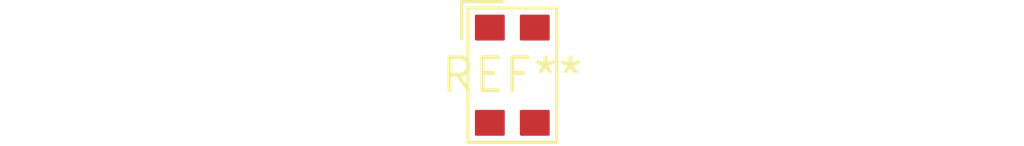
<source format=kicad_pcb>
(kicad_pcb (version 20240108) (generator pcbnew)
  (layers (0 "F.Cu" signal) (31 "B.Cu" signal) (34 "B.Paste" user) (35 "F.Paste" user) (36 "B.SilkS" user "B.Silkscreen") (37 "F.SilkS" user "F.Silkscreen") (38 "B.Mask" user) (39 "F.Mask" user) (44 "Edge.Cuts" user))
  (net 0 "")
  (footprint "L_CommonModeChoke_Coilcraft_1812CAN" (layer "F.Cu") (at 0 0)
    (property "Reference" "REF**")
    (property "Value" "L_CommonModeChoke_Coilcraft_1812CAN")
    (fp_line (start -1.95 -2.845) (end -1.95 -1.4) (layer "F.SilkS") (stroke (width 0.12)))
    (fp_line (start -1.95 -2.845) (end -0.35 -2.845) (layer "F.SilkS") (stroke (width 0.12)))
    (fp_line (start -1.71 -2.595) (end -1.71 2.595) (layer "F.SilkS") (stroke (width 0.12)))
    (fp_line (start -1.71 -2.595) (end 1.71 -2.595) (layer "F.SilkS") (stroke (width 0.12)))
    (fp_line (start -1.71 2.595) (end 1.71 2.595) (layer "F.SilkS") (stroke (width 0.12)))
    (fp_line (start 1.71 -2.595) (end 1.71 2.595) (layer "F.SilkS") (stroke (width 0.12)))
    (pad "1" smd roundrect (at -0.865 -1.84) (size 1.15 1) (layers "F.Cu" "F.Paste" "F.Mask") (roundrect_rratio 0.05))
    (pad "2" smd roundrect (at -0.865 1.84) (size 1.15 1) (layers "F.Cu" "F.Paste" "F.Mask") (roundrect_rratio 0.05))
    (pad "3" smd roundrect (at 0.865 1.84) (size 1.15 1) (layers "F.Cu" "F.Paste" "F.Mask") (roundrect_rratio 0.05))
    (pad "4" smd roundrect (at 0.865 -1.84) (size 1.15 1) (layers "F.Cu" "F.Paste" "F.Mask") (roundrect_rratio 0.05))
  )
)
</source>
